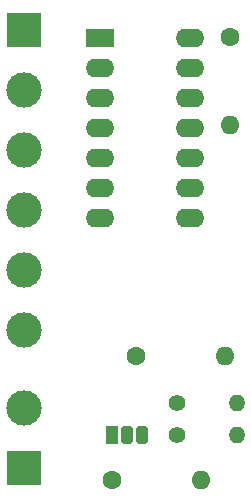
<source format=gts>
%TF.GenerationSoftware,KiCad,Pcbnew,9.0.5-9.0.5~ubuntu25.04.1*%
%TF.CreationDate,2025-11-05T23:54:50-06:00*%
%TF.ProjectId,Return_Board,52657475-726e-45f4-926f-6172642e6b69,rev?*%
%TF.SameCoordinates,Original*%
%TF.FileFunction,Soldermask,Top*%
%TF.FilePolarity,Negative*%
%FSLAX46Y46*%
G04 Gerber Fmt 4.6, Leading zero omitted, Abs format (unit mm)*
G04 Created by KiCad (PCBNEW 9.0.5-9.0.5~ubuntu25.04.1) date 2025-11-05 23:54:50*
%MOMM*%
%LPD*%
G01*
G04 APERTURE LIST*
G04 Aperture macros list*
%AMRoundRect*
0 Rectangle with rounded corners*
0 $1 Rounding radius*
0 $2 $3 $4 $5 $6 $7 $8 $9 X,Y pos of 4 corners*
0 Add a 4 corners polygon primitive as box body*
4,1,4,$2,$3,$4,$5,$6,$7,$8,$9,$2,$3,0*
0 Add four circle primitives for the rounded corners*
1,1,$1+$1,$2,$3*
1,1,$1+$1,$4,$5*
1,1,$1+$1,$6,$7*
1,1,$1+$1,$8,$9*
0 Add four rect primitives between the rounded corners*
20,1,$1+$1,$2,$3,$4,$5,0*
20,1,$1+$1,$4,$5,$6,$7,0*
20,1,$1+$1,$6,$7,$8,$9,0*
20,1,$1+$1,$8,$9,$2,$3,0*%
G04 Aperture macros list end*
%ADD10R,3.000000X3.000000*%
%ADD11C,3.000000*%
%ADD12C,1.600000*%
%ADD13O,1.600000X1.600000*%
%ADD14R,2.400000X1.600000*%
%ADD15O,2.400000X1.600000*%
%ADD16C,1.400000*%
%ADD17O,1.400000X1.400000*%
%ADD18RoundRect,0.262500X-0.262500X-0.487500X0.262500X-0.487500X0.262500X0.487500X-0.262500X0.487500X0*%
%ADD19R,1.050000X1.500000*%
G04 APERTURE END LIST*
D10*
%TO.C,J2*%
X136750000Y-70670000D03*
D11*
X136750000Y-75750000D03*
X136750000Y-80830000D03*
X136750000Y-85910000D03*
X136750000Y-90990000D03*
X136750000Y-96070000D03*
%TD*%
D12*
%TO.C,C2*%
X146250000Y-98250000D03*
D13*
X153750000Y-98250000D03*
%TD*%
D10*
%TO.C,J1*%
X136750000Y-107790000D03*
D11*
X136750000Y-102710000D03*
%TD*%
D14*
%TO.C,U1*%
X143175000Y-71375000D03*
D15*
X143175000Y-73915000D03*
X143175000Y-76455000D03*
X143175000Y-78995000D03*
X143175000Y-81535000D03*
X143175000Y-84075000D03*
X143175000Y-86615000D03*
X150795000Y-86615000D03*
X150795000Y-84075000D03*
X150795000Y-81535000D03*
X150795000Y-78995000D03*
X150795000Y-76455000D03*
X150795000Y-73915000D03*
X150795000Y-71375000D03*
%TD*%
D16*
%TO.C,R2*%
X149760000Y-105000000D03*
D17*
X154840000Y-105000000D03*
%TD*%
D12*
%TO.C,C3*%
X154250000Y-71250000D03*
D13*
X154250000Y-78750000D03*
%TD*%
D16*
%TO.C,R1*%
X149760000Y-102250000D03*
D17*
X154840000Y-102250000D03*
%TD*%
D18*
%TO.C,U2*%
X146790000Y-105000000D03*
D19*
X144250000Y-105000000D03*
D18*
X145520000Y-105000000D03*
%TD*%
D12*
%TO.C,C1*%
X144250000Y-108750000D03*
D13*
X151750000Y-108750000D03*
%TD*%
M02*

</source>
